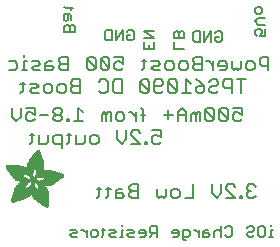
<source format=gbr>
G04 EAGLE Gerber RS-274X export*
G75*
%MOMM*%
%FSLAX34Y34*%
%LPD*%
%INSilkscreen Bottom*%
%IPPOS*%
%AMOC8*
5,1,8,0,0,1.08239X$1,22.5*%
G01*
%ADD10C,0.152400*%
%ADD11C,0.127000*%
%ADD12R,0.007600X0.068600*%
%ADD13R,0.007600X0.114300*%
%ADD14R,0.007700X0.152400*%
%ADD15R,0.007600X0.182900*%
%ADD16R,0.007600X0.205700*%
%ADD17R,0.007600X0.228600*%
%ADD18R,0.007600X0.259100*%
%ADD19R,0.007700X0.274300*%
%ADD20R,0.007600X0.289500*%
%ADD21R,0.007600X0.304800*%
%ADD22R,0.007600X0.320100*%
%ADD23R,0.007600X0.342900*%
%ADD24R,0.007700X0.350500*%
%ADD25R,0.007600X0.365800*%
%ADD26R,0.007600X0.381000*%
%ADD27R,0.007600X0.388600*%
%ADD28R,0.007600X0.403800*%
%ADD29R,0.007700X0.419100*%
%ADD30R,0.007600X0.426700*%
%ADD31R,0.007600X0.441900*%
%ADD32R,0.007600X0.449600*%
%ADD33R,0.007600X0.464800*%
%ADD34R,0.007700X0.480000*%
%ADD35R,0.007600X0.487600*%
%ADD36R,0.007600X0.495300*%
%ADD37R,0.007600X0.510500*%
%ADD38R,0.007600X0.518100*%
%ADD39R,0.007700X0.525700*%
%ADD40R,0.007600X0.541000*%
%ADD41R,0.007600X0.548600*%
%ADD42R,0.007600X0.563800*%
%ADD43R,0.007600X0.571500*%
%ADD44R,0.007700X0.579100*%
%ADD45R,0.007600X0.594300*%
%ADD46R,0.007600X0.601900*%
%ADD47R,0.007600X0.609600*%
%ADD48R,0.007600X0.624800*%
%ADD49R,0.007700X0.632400*%
%ADD50R,0.007600X0.640000*%
%ADD51R,0.007600X0.655300*%
%ADD52R,0.007600X0.662900*%
%ADD53R,0.007600X0.678100*%
%ADD54R,0.007700X0.685800*%
%ADD55R,0.007600X0.693400*%
%ADD56R,0.007600X0.708600*%
%ADD57R,0.007600X0.716200*%
%ADD58R,0.007600X0.723900*%
%ADD59R,0.007700X0.739100*%
%ADD60R,0.007600X0.746700*%
%ADD61R,0.007600X0.754300*%
%ADD62R,0.007600X0.769600*%
%ADD63R,0.007600X0.777200*%
%ADD64R,0.007700X0.792400*%
%ADD65R,0.007600X0.800100*%
%ADD66R,0.007600X0.807700*%
%ADD67R,0.007600X0.822900*%
%ADD68R,0.007600X0.830500*%
%ADD69R,0.007700X0.838200*%
%ADD70R,0.007600X0.091500*%
%ADD71R,0.007600X0.853400*%
%ADD72R,0.007600X0.144700*%
%ADD73R,0.007600X0.861000*%
%ADD74R,0.007600X0.190500*%
%ADD75R,0.007600X0.876300*%
%ADD76R,0.007600X0.221000*%
%ADD77R,0.007600X0.883900*%
%ADD78R,0.007700X0.259000*%
%ADD79R,0.007700X0.891500*%
%ADD80R,0.007600X0.289600*%
%ADD81R,0.007600X0.906700*%
%ADD82R,0.007600X0.914400*%
%ADD83R,0.007600X0.350500*%
%ADD84R,0.007600X0.922000*%
%ADD85R,0.007600X0.937200*%
%ADD86R,0.007700X0.411400*%
%ADD87R,0.007700X0.944800*%
%ADD88R,0.007600X0.434300*%
%ADD89R,0.007600X0.952500*%
%ADD90R,0.007600X0.464900*%
%ADD91R,0.007600X0.967700*%
%ADD92R,0.007600X0.975300*%
%ADD93R,0.007600X0.518200*%
%ADD94R,0.007600X0.990600*%
%ADD95R,0.007700X0.548600*%
%ADD96R,0.007700X0.998200*%
%ADD97R,0.007600X1.005800*%
%ADD98R,0.007600X0.594400*%
%ADD99R,0.007600X1.021000*%
%ADD100R,0.007600X0.617200*%
%ADD101R,0.007600X1.028700*%
%ADD102R,0.007600X0.647700*%
%ADD103R,0.007600X1.036300*%
%ADD104R,0.007700X0.670500*%
%ADD105R,0.007700X1.051500*%
%ADD106R,0.007600X1.059100*%
%ADD107R,0.007600X0.716300*%
%ADD108R,0.007600X1.066800*%
%ADD109R,0.007600X0.739100*%
%ADD110R,0.007600X1.074400*%
%ADD111R,0.007600X0.762000*%
%ADD112R,0.007600X1.089600*%
%ADD113R,0.007700X0.784800*%
%ADD114R,0.007700X1.097200*%
%ADD115R,0.007600X1.104900*%
%ADD116R,0.007600X0.830600*%
%ADD117R,0.007600X1.112500*%
%ADD118R,0.007600X0.845800*%
%ADD119R,0.007600X1.120100*%
%ADD120R,0.007600X0.868700*%
%ADD121R,0.007600X1.127700*%
%ADD122R,0.007700X1.135300*%
%ADD123R,0.007600X1.143000*%
%ADD124R,0.007600X0.944900*%
%ADD125R,0.007600X1.150600*%
%ADD126R,0.007600X0.960100*%
%ADD127R,0.007600X1.158200*%
%ADD128R,0.007600X0.983000*%
%ADD129R,0.007600X1.165800*%
%ADD130R,0.007700X1.005900*%
%ADD131R,0.007700X1.173400*%
%ADD132R,0.007600X1.021100*%
%ADD133R,0.007600X1.181100*%
%ADD134R,0.007600X1.044000*%
%ADD135R,0.007600X1.188700*%
%ADD136R,0.007600X1.196300*%
%ADD137R,0.007600X1.082000*%
%ADD138R,0.007600X1.203900*%
%ADD139R,0.007700X1.104900*%
%ADD140R,0.007700X1.211500*%
%ADD141R,0.007600X1.211500*%
%ADD142R,0.007600X1.219200*%
%ADD143R,0.007600X1.226800*%
%ADD144R,0.007600X1.234400*%
%ADD145R,0.007700X1.188700*%
%ADD146R,0.007700X1.242000*%
%ADD147R,0.007600X1.242000*%
%ADD148R,0.007600X1.211600*%
%ADD149R,0.007600X1.249600*%
%ADD150R,0.007600X1.257300*%
%ADD151R,0.007600X1.264900*%
%ADD152R,0.007700X1.242100*%
%ADD153R,0.007700X1.264900*%
%ADD154R,0.007600X1.272500*%
%ADD155R,0.007600X1.265000*%
%ADD156R,0.007600X1.280100*%
%ADD157R,0.007600X1.272600*%
%ADD158R,0.007600X1.287700*%
%ADD159R,0.007600X1.287800*%
%ADD160R,0.007700X1.295400*%
%ADD161R,0.007600X1.303000*%
%ADD162R,0.007600X1.318200*%
%ADD163R,0.007600X1.310600*%
%ADD164R,0.007600X1.325900*%
%ADD165R,0.007700X1.341100*%
%ADD166R,0.007700X1.318200*%
%ADD167R,0.007600X1.341100*%
%ADD168R,0.007600X1.325800*%
%ADD169R,0.007600X1.348700*%
%ADD170R,0.007600X1.364000*%
%ADD171R,0.007600X1.333500*%
%ADD172R,0.007700X1.371600*%
%ADD173R,0.007600X1.379200*%
%ADD174R,0.007600X1.379300*%
%ADD175R,0.007600X1.386900*%
%ADD176R,0.007600X1.394500*%
%ADD177R,0.007600X1.356300*%
%ADD178R,0.007700X1.394400*%
%ADD179R,0.007700X1.356300*%
%ADD180R,0.007600X1.402000*%
%ADD181R,0.007600X1.409700*%
%ADD182R,0.007600X1.363900*%
%ADD183R,0.007600X1.417300*%
%ADD184R,0.007600X1.371600*%
%ADD185R,0.007700X1.424900*%
%ADD186R,0.007600X1.424900*%
%ADD187R,0.007600X1.432600*%
%ADD188R,0.007600X1.440200*%
%ADD189R,0.007600X1.386800*%
%ADD190R,0.007700X1.447800*%
%ADD191R,0.007700X1.386800*%
%ADD192R,0.007600X1.447800*%
%ADD193R,0.007600X1.455500*%
%ADD194R,0.007600X1.394400*%
%ADD195R,0.007600X1.463100*%
%ADD196R,0.007700X1.455400*%
%ADD197R,0.007600X1.463000*%
%ADD198R,0.007600X1.470600*%
%ADD199R,0.007700X1.470600*%
%ADD200R,0.007700X1.409700*%
%ADD201R,0.007600X1.470700*%
%ADD202R,0.007600X1.402100*%
%ADD203R,0.007600X1.478300*%
%ADD204R,0.007700X1.478300*%
%ADD205R,0.007700X1.402100*%
%ADD206R,0.007600X1.485900*%
%ADD207R,0.007700X1.485900*%
%ADD208R,0.007700X1.493500*%
%ADD209R,0.007600X1.493500*%
%ADD210R,0.007700X1.394500*%
%ADD211R,0.007700X1.493600*%
%ADD212R,0.007700X1.386900*%
%ADD213R,0.007700X1.379200*%
%ADD214R,0.007700X2.857500*%
%ADD215R,0.007600X2.857500*%
%ADD216R,0.007600X2.849900*%
%ADD217R,0.007600X2.842300*%
%ADD218R,0.007700X2.834700*%
%ADD219R,0.007600X2.827000*%
%ADD220R,0.007600X2.819400*%
%ADD221R,0.007600X2.811800*%
%ADD222R,0.007700X2.811800*%
%ADD223R,0.007600X2.804100*%
%ADD224R,0.007600X2.796500*%
%ADD225R,0.007600X1.966000*%
%ADD226R,0.007600X1.943100*%
%ADD227R,0.007600X0.754400*%
%ADD228R,0.007700X1.927900*%
%ADD229R,0.007700X0.746700*%
%ADD230R,0.007600X1.912600*%
%ADD231R,0.007600X0.731500*%
%ADD232R,0.007600X1.905000*%
%ADD233R,0.007600X1.882200*%
%ADD234R,0.007600X1.874600*%
%ADD235R,0.007700X1.866900*%
%ADD236R,0.007700X0.708700*%
%ADD237R,0.007600X1.851600*%
%ADD238R,0.007600X0.701100*%
%ADD239R,0.007600X1.844000*%
%ADD240R,0.007600X1.836400*%
%ADD241R,0.007600X1.821200*%
%ADD242R,0.007600X0.685800*%
%ADD243R,0.007700X1.813500*%
%ADD244R,0.007600X1.805900*%
%ADD245R,0.007600X0.678200*%
%ADD246R,0.007600X1.790700*%
%ADD247R,0.007600X0.670600*%
%ADD248R,0.007600X1.775500*%
%ADD249R,0.007700X1.767900*%
%ADD250R,0.007700X0.663000*%
%ADD251R,0.007600X1.760200*%
%ADD252R,0.007600X1.752600*%
%ADD253R,0.007600X0.937300*%
%ADD254R,0.007600X0.792500*%
%ADD255R,0.007600X0.899100*%
%ADD256R,0.007700X0.883900*%
%ADD257R,0.007700X0.716300*%
%ADD258R,0.007700X0.647700*%
%ADD259R,0.007600X0.640100*%
%ADD260R,0.007600X0.632500*%
%ADD261R,0.007600X0.655400*%
%ADD262R,0.007600X0.632400*%
%ADD263R,0.007700X0.845800*%
%ADD264R,0.007700X0.617200*%
%ADD265R,0.007700X0.624800*%
%ADD266R,0.007600X0.602000*%
%ADD267R,0.007600X0.838200*%
%ADD268R,0.007600X0.586700*%
%ADD269R,0.007600X0.548700*%
%ADD270R,0.007700X0.830500*%
%ADD271R,0.007700X0.541000*%
%ADD272R,0.007700X0.594300*%
%ADD273R,0.007600X0.525800*%
%ADD274R,0.007600X0.586800*%
%ADD275R,0.007600X0.815300*%
%ADD276R,0.007600X0.579200*%
%ADD277R,0.007600X0.815400*%
%ADD278R,0.007700X0.815400*%
%ADD279R,0.007700X0.571500*%
%ADD280R,0.007600X0.807800*%
%ADD281R,0.007600X0.563900*%
%ADD282R,0.007600X0.457200*%
%ADD283R,0.007600X0.442000*%
%ADD284R,0.007600X0.556300*%
%ADD285R,0.007700X0.807700*%
%ADD286R,0.007600X0.411500*%
%ADD287R,0.007600X0.533400*%
%ADD288R,0.007600X0.076200*%
%ADD289R,0.007600X0.403900*%
%ADD290R,0.007600X0.525700*%
%ADD291R,0.007600X0.388700*%
%ADD292R,0.007600X0.297200*%
%ADD293R,0.007700X0.373400*%
%ADD294R,0.007700X0.503000*%
%ADD295R,0.007700X0.426800*%
%ADD296R,0.007600X0.358100*%
%ADD297R,0.007600X0.502900*%
%ADD298R,0.007600X0.472400*%
%ADD299R,0.007600X0.487700*%
%ADD300R,0.007600X0.335300*%
%ADD301R,0.007700X0.792500*%
%ADD302R,0.007700X0.327600*%
%ADD303R,0.007700X0.472400*%
%ADD304R,0.007700X0.640000*%
%ADD305R,0.007600X0.784800*%
%ADD306R,0.007600X0.320000*%
%ADD307R,0.007600X0.792400*%
%ADD308R,0.007600X1.173400*%
%ADD309R,0.007600X1.196400*%
%ADD310R,0.007600X0.784900*%
%ADD311R,0.007700X0.784900*%
%ADD312R,0.007700X0.297200*%
%ADD313R,0.007600X1.249700*%
%ADD314R,0.007600X0.281900*%
%ADD315R,0.007600X1.295400*%
%ADD316R,0.007600X0.266700*%
%ADD317R,0.007700X0.777300*%
%ADD318R,0.007700X0.266700*%
%ADD319R,0.007700X1.333500*%
%ADD320R,0.007600X0.777300*%
%ADD321R,0.007600X1.348800*%
%ADD322R,0.007600X0.251500*%
%ADD323R,0.007700X0.243900*%
%ADD324R,0.007600X0.243900*%
%ADD325R,0.007600X1.440100*%
%ADD326R,0.007600X0.236200*%
%ADD327R,0.007700X0.762000*%
%ADD328R,0.007700X0.236200*%
%ADD329R,0.007700X1.508700*%
%ADD330R,0.007600X1.531600*%
%ADD331R,0.007600X1.546900*%
%ADD332R,0.007600X1.569700*%
%ADD333R,0.007600X1.585000*%
%ADD334R,0.007700X0.746800*%
%ADD335R,0.007700X1.607800*%
%ADD336R,0.007600X0.243800*%
%ADD337R,0.007600X1.630700*%
%ADD338R,0.007600X1.653500*%
%ADD339R,0.007600X0.739200*%
%ADD340R,0.007600X1.684000*%
%ADD341R,0.007600X2.019300*%
%ADD342R,0.007700X0.731500*%
%ADD343R,0.007700X2.026900*%
%ADD344R,0.007600X2.049800*%
%ADD345R,0.007600X2.057400*%
%ADD346R,0.007600X0.708700*%
%ADD347R,0.007600X2.072600*%
%ADD348R,0.007600X0.701000*%
%ADD349R,0.007600X2.095500*%
%ADD350R,0.007700X0.693500*%
%ADD351R,0.007700X2.110800*%
%ADD352R,0.007600X2.141200*%
%ADD353R,0.007600X0.060900*%
%ADD354R,0.007600X2.872700*%
%ADD355R,0.007600X3.124200*%
%ADD356R,0.007600X3.177600*%
%ADD357R,0.007700X3.215600*%
%ADD358R,0.007600X3.253700*%
%ADD359R,0.007600X3.284300*%
%ADD360R,0.007600X3.314700*%
%ADD361R,0.007600X3.352800*%
%ADD362R,0.007700X3.375600*%
%ADD363R,0.007600X3.406200*%
%ADD364R,0.007600X3.429000*%
%ADD365R,0.007600X3.451800*%
%ADD366R,0.007600X3.482400*%
%ADD367R,0.007700X1.828800*%
%ADD368R,0.007700X1.539300*%
%ADD369R,0.007600X1.767900*%
%ADD370R,0.007600X1.767800*%
%ADD371R,0.007700X1.760200*%
%ADD372R,0.007600X1.760300*%
%ADD373R,0.007700X1.775400*%
%ADD374R,0.007700X1.379300*%
%ADD375R,0.007600X1.783000*%
%ADD376R,0.007600X1.813500*%
%ADD377R,0.007700X1.821100*%
%ADD378R,0.007600X0.503000*%
%ADD379R,0.007600X1.135400*%
%ADD380R,0.007700X1.127700*%
%ADD381R,0.007700X0.487700*%
%ADD382R,0.007600X1.120200*%
%ADD383R,0.007600X1.097300*%
%ADD384R,0.007600X0.510600*%
%ADD385R,0.007700X1.074400*%
%ADD386R,0.007700X0.525800*%
%ADD387R,0.007700X1.440200*%
%ADD388R,0.007600X1.059200*%
%ADD389R,0.007600X1.051600*%
%ADD390R,0.007600X1.051500*%
%ADD391R,0.007700X1.043900*%
%ADD392R,0.007700X0.602000*%
%ADD393R,0.007600X1.524000*%
%ADD394R,0.007600X1.539300*%
%ADD395R,0.007600X1.592600*%
%ADD396R,0.007700X1.021100*%
%ADD397R,0.007700X1.615400*%
%ADD398R,0.007600X1.013400*%
%ADD399R,0.007600X1.653600*%
%ADD400R,0.007600X1.013500*%
%ADD401R,0.007600X1.699300*%
%ADD402R,0.007600X2.743200*%
%ADD403R,0.007600X1.005900*%
%ADD404R,0.007600X2.415500*%
%ADD405R,0.007700X1.005800*%
%ADD406R,0.007700X0.281900*%
%ADD407R,0.007700X2.408000*%
%ADD408R,0.007600X2.407900*%
%ADD409R,0.007600X0.998200*%
%ADD410R,0.007600X0.282000*%
%ADD411R,0.007600X0.998300*%
%ADD412R,0.007600X2.400300*%
%ADD413R,0.007700X0.289500*%
%ADD414R,0.007700X2.400300*%
%ADD415R,0.007600X0.297100*%
%ADD416R,0.007600X0.312400*%
%ADD417R,0.007600X2.392700*%
%ADD418R,0.007700X0.990600*%
%ADD419R,0.007700X0.327700*%
%ADD420R,0.007700X2.392700*%
%ADD421R,0.007600X2.385100*%
%ADD422R,0.007700X0.381000*%
%ADD423R,0.007700X2.377400*%
%ADD424R,0.007600X2.377400*%
%ADD425R,0.007600X2.369800*%
%ADD426R,0.007600X0.419100*%
%ADD427R,0.007600X2.362200*%
%ADD428R,0.007600X0.426800*%
%ADD429R,0.007700X1.036300*%
%ADD430R,0.007700X0.442000*%
%ADD431R,0.007700X2.354600*%
%ADD432R,0.007600X2.354600*%
%ADD433R,0.007600X0.480100*%
%ADD434R,0.007600X2.347000*%
%ADD435R,0.007600X1.074500*%
%ADD436R,0.007600X2.339400*%
%ADD437R,0.007700X1.082100*%
%ADD438R,0.007700X0.548700*%
%ADD439R,0.007700X2.331800*%
%ADD440R,0.007600X2.331800*%
%ADD441R,0.007600X0.624900*%
%ADD442R,0.007600X2.324100*%
%ADD443R,0.007600X1.859300*%
%ADD444R,0.007600X2.308800*%
%ADD445R,0.007700X2.301200*%
%ADD446R,0.007600X2.301200*%
%ADD447R,0.007600X2.293600*%
%ADD448R,0.007600X2.278400*%
%ADD449R,0.007600X1.889800*%
%ADD450R,0.007600X2.270700*%
%ADD451R,0.007700X1.897400*%
%ADD452R,0.007700X2.255500*%
%ADD453R,0.007600X1.897400*%
%ADD454R,0.007600X2.247900*%
%ADD455R,0.007600X2.232600*%
%ADD456R,0.007600X1.912700*%
%ADD457R,0.007600X2.209800*%
%ADD458R,0.007600X1.920300*%
%ADD459R,0.007600X2.186900*%
%ADD460R,0.007700X1.920300*%
%ADD461R,0.007700X2.171700*%
%ADD462R,0.007600X1.935500*%
%ADD463R,0.007600X2.148800*%
%ADD464R,0.007600X2.126000*%
%ADD465R,0.007600X1.950700*%
%ADD466R,0.007700X1.958400*%
%ADD467R,0.007700X2.042200*%
%ADD468R,0.007600X1.973600*%
%ADD469R,0.007600X1.996500*%
%ADD470R,0.007600X1.981200*%
%ADD471R,0.007600X1.988800*%
%ADD472R,0.007700X1.996400*%
%ADD473R,0.007600X1.996400*%
%ADD474R,0.007600X2.004100*%
%ADD475R,0.007600X1.874500*%
%ADD476R,0.007600X1.425000*%
%ADD477R,0.007600X2.026900*%
%ADD478R,0.007700X0.434400*%
%ADD479R,0.007700X1.364000*%
%ADD480R,0.007600X2.034500*%
%ADD481R,0.007600X0.434400*%
%ADD482R,0.007600X2.049700*%
%ADD483R,0.007700X2.065000*%
%ADD484R,0.007700X0.464800*%
%ADD485R,0.007700X1.196300*%
%ADD486R,0.007600X2.080300*%
%ADD487R,0.007600X1.158300*%
%ADD488R,0.007600X2.087900*%
%ADD489R,0.007600X0.472500*%
%ADD490R,0.007600X2.103100*%
%ADD491R,0.007600X2.118400*%
%ADD492R,0.007600X2.133600*%
%ADD493R,0.007700X2.148800*%
%ADD494R,0.007600X2.164000*%
%ADD495R,0.007600X2.171700*%
%ADD496R,0.007600X2.187000*%
%ADD497R,0.007600X0.556200*%
%ADD498R,0.007700X2.202200*%
%ADD499R,0.007700X0.556200*%
%ADD500R,0.007700X0.640100*%
%ADD501R,0.007600X0.579100*%
%ADD502R,0.007600X0.480000*%
%ADD503R,0.007700X1.752600*%
%ADD504R,0.007700X0.487600*%
%ADD505R,0.007700X0.594400*%
%ADD506R,0.007700X0.358100*%
%ADD507R,0.007600X0.099000*%
%ADD508R,0.007600X1.280200*%
%ADD509R,0.007600X1.745000*%
%ADD510R,0.007600X1.744900*%
%ADD511R,0.007700X1.737300*%
%ADD512R,0.007600X1.737400*%
%ADD513R,0.007600X1.729800*%
%ADD514R,0.007600X1.722200*%
%ADD515R,0.007600X1.722100*%
%ADD516R,0.007700X1.714500*%
%ADD517R,0.007700X1.356400*%
%ADD518R,0.007600X1.706900*%
%ADD519R,0.007600X1.356400*%
%ADD520R,0.007600X1.691700*%
%ADD521R,0.007700X1.668800*%
%ADD522R,0.007600X1.645900*%
%ADD523R,0.007600X1.623100*%
%ADD524R,0.007600X1.577400*%
%ADD525R,0.007600X1.554400*%
%ADD526R,0.007600X1.539200*%
%ADD527R,0.007700X1.524000*%
%ADD528R,0.007600X1.501100*%
%ADD529R,0.007600X1.455400*%
%ADD530R,0.007700X1.348800*%
%ADD531R,0.007600X1.318300*%
%ADD532R,0.007700X1.310600*%
%ADD533R,0.007700X1.287800*%
%ADD534R,0.007600X1.234500*%
%ADD535R,0.007600X1.226900*%
%ADD536R,0.007700X1.173500*%
%ADD537R,0.007600X1.173500*%
%ADD538R,0.007600X1.165900*%
%ADD539R,0.007700X1.143000*%
%ADD540R,0.007600X1.127800*%
%ADD541R,0.007600X1.097200*%
%ADD542R,0.007700X1.028700*%
%ADD543R,0.007600X0.982900*%
%ADD544R,0.007700X0.952500*%
%ADD545R,0.007600X0.929600*%
%ADD546R,0.007700X0.906800*%
%ADD547R,0.007600X0.906800*%
%ADD548R,0.007600X0.899200*%
%ADD549R,0.007600X0.884000*%
%ADD550R,0.007700X0.876300*%
%ADD551R,0.007700X0.830600*%
%ADD552R,0.007700X0.754400*%
%ADD553R,0.007600X0.746800*%
%ADD554R,0.007700X0.708600*%
%ADD555R,0.007700X0.678200*%
%ADD556R,0.007600X0.663000*%
%ADD557R,0.007700X0.632500*%
%ADD558R,0.007700X0.556300*%
%ADD559R,0.007700X0.518200*%
%ADD560R,0.007700X0.434300*%
%ADD561R,0.007700X0.396300*%
%ADD562R,0.007600X0.373300*%
%ADD563R,0.007600X0.365700*%
%ADD564R,0.007600X0.327700*%
%ADD565R,0.007700X0.304800*%
%ADD566R,0.007600X0.274300*%
%ADD567R,0.007700X0.243800*%
%ADD568R,0.007600X0.205800*%
%ADD569R,0.007600X0.152400*%
%ADD570R,0.007700X0.121900*%


D10*
X206330Y137922D02*
X206330Y149108D01*
X210058Y149108D02*
X202601Y149108D01*
X198364Y149108D02*
X198364Y137922D01*
X198364Y149108D02*
X192771Y149108D01*
X190907Y147243D01*
X190907Y143515D01*
X192771Y141651D01*
X198364Y141651D01*
X181077Y149108D02*
X179213Y147243D01*
X181077Y149108D02*
X184806Y149108D01*
X186670Y147243D01*
X186670Y145379D01*
X184806Y143515D01*
X181077Y143515D01*
X179213Y141651D01*
X179213Y139786D01*
X181077Y137922D01*
X184806Y137922D01*
X186670Y139786D01*
X171248Y147243D02*
X167519Y149108D01*
X171248Y147243D02*
X174976Y143515D01*
X174976Y139786D01*
X173112Y137922D01*
X169383Y137922D01*
X167519Y139786D01*
X167519Y141651D01*
X169383Y143515D01*
X174976Y143515D01*
X163282Y145379D02*
X159554Y149108D01*
X159554Y137922D01*
X163282Y137922D02*
X155825Y137922D01*
X151588Y139786D02*
X151588Y147243D01*
X149724Y149108D01*
X145995Y149108D01*
X144131Y147243D01*
X144131Y139786D01*
X145995Y137922D01*
X149724Y137922D01*
X151588Y139786D01*
X144131Y147243D01*
X139894Y139786D02*
X138030Y137922D01*
X134301Y137922D01*
X132437Y139786D01*
X132437Y147243D01*
X134301Y149108D01*
X138030Y149108D01*
X139894Y147243D01*
X139894Y145379D01*
X138030Y143515D01*
X132437Y143515D01*
X128200Y147243D02*
X128200Y139786D01*
X128200Y147243D02*
X126336Y149108D01*
X122607Y149108D01*
X120743Y147243D01*
X120743Y139786D01*
X122607Y137922D01*
X126336Y137922D01*
X128200Y139786D01*
X120743Y147243D01*
X104812Y149108D02*
X104812Y137922D01*
X99220Y137922D01*
X97355Y139786D01*
X97355Y147243D01*
X99220Y149108D01*
X104812Y149108D01*
X87526Y149108D02*
X85661Y147243D01*
X87526Y149108D02*
X91254Y149108D01*
X93118Y147243D01*
X93118Y139786D01*
X91254Y137922D01*
X87526Y137922D01*
X85661Y139786D01*
X69730Y137922D02*
X69730Y149108D01*
X64138Y149108D01*
X62273Y147243D01*
X62273Y145379D01*
X64138Y143515D01*
X62273Y141651D01*
X62273Y139786D01*
X64138Y137922D01*
X69730Y137922D01*
X69730Y143515D02*
X64138Y143515D01*
X56172Y137922D02*
X52444Y137922D01*
X50579Y139786D01*
X50579Y143515D01*
X52444Y145379D01*
X56172Y145379D01*
X58036Y143515D01*
X58036Y139786D01*
X56172Y137922D01*
X44478Y137922D02*
X40750Y137922D01*
X38885Y139786D01*
X38885Y143515D01*
X40750Y145379D01*
X44478Y145379D01*
X46342Y143515D01*
X46342Y139786D01*
X44478Y137922D01*
X34648Y137922D02*
X29056Y137922D01*
X27191Y139786D01*
X29056Y141651D01*
X32784Y141651D01*
X34648Y143515D01*
X32784Y145379D01*
X27191Y145379D01*
X21090Y147243D02*
X21090Y139786D01*
X19226Y137922D01*
X19226Y145379D02*
X22955Y145379D01*
X229108Y156972D02*
X229108Y168158D01*
X223515Y168158D01*
X221651Y166293D01*
X221651Y162565D01*
X223515Y160701D01*
X229108Y160701D01*
X215550Y156972D02*
X211821Y156972D01*
X209957Y158836D01*
X209957Y162565D01*
X211821Y164429D01*
X215550Y164429D01*
X217414Y162565D01*
X217414Y158836D01*
X215550Y156972D01*
X205720Y158836D02*
X205720Y164429D01*
X205720Y158836D02*
X203856Y156972D01*
X201992Y158836D01*
X200127Y156972D01*
X198263Y158836D01*
X198263Y164429D01*
X192162Y156972D02*
X188433Y156972D01*
X192162Y156972D02*
X194026Y158836D01*
X194026Y162565D01*
X192162Y164429D01*
X188433Y164429D01*
X186569Y162565D01*
X186569Y160701D01*
X194026Y160701D01*
X182332Y164429D02*
X182332Y156972D01*
X182332Y160701D02*
X178604Y164429D01*
X176739Y164429D01*
X172587Y168158D02*
X172587Y156972D01*
X172587Y168158D02*
X166994Y168158D01*
X165130Y166293D01*
X165130Y164429D01*
X166994Y162565D01*
X165130Y160701D01*
X165130Y158836D01*
X166994Y156972D01*
X172587Y156972D01*
X172587Y162565D02*
X166994Y162565D01*
X159029Y156972D02*
X155300Y156972D01*
X153436Y158836D01*
X153436Y162565D01*
X155300Y164429D01*
X159029Y164429D01*
X160893Y162565D01*
X160893Y158836D01*
X159029Y156972D01*
X147335Y156972D02*
X143606Y156972D01*
X141742Y158836D01*
X141742Y162565D01*
X143606Y164429D01*
X147335Y164429D01*
X149199Y162565D01*
X149199Y158836D01*
X147335Y156972D01*
X137505Y156972D02*
X131913Y156972D01*
X130048Y158836D01*
X131913Y160701D01*
X135641Y160701D01*
X137505Y162565D01*
X135641Y164429D01*
X130048Y164429D01*
X123947Y166293D02*
X123947Y158836D01*
X122083Y156972D01*
X122083Y164429D02*
X125811Y164429D01*
X106321Y168158D02*
X98864Y168158D01*
X106321Y168158D02*
X106321Y162565D01*
X102593Y164429D01*
X100729Y164429D01*
X98864Y162565D01*
X98864Y158836D01*
X100729Y156972D01*
X104457Y156972D01*
X106321Y158836D01*
X94627Y158836D02*
X94627Y166293D01*
X92763Y168158D01*
X89035Y168158D01*
X87170Y166293D01*
X87170Y158836D01*
X89035Y156972D01*
X92763Y156972D01*
X94627Y158836D01*
X87170Y166293D01*
X82933Y166293D02*
X82933Y158836D01*
X82933Y166293D02*
X81069Y168158D01*
X77341Y168158D01*
X75476Y166293D01*
X75476Y158836D01*
X77341Y156972D01*
X81069Y156972D01*
X82933Y158836D01*
X75476Y166293D01*
X59545Y168158D02*
X59545Y156972D01*
X59545Y168158D02*
X53953Y168158D01*
X52088Y166293D01*
X52088Y164429D01*
X53953Y162565D01*
X52088Y160701D01*
X52088Y158836D01*
X53953Y156972D01*
X59545Y156972D01*
X59545Y162565D02*
X53953Y162565D01*
X45987Y164429D02*
X42259Y164429D01*
X40394Y162565D01*
X40394Y156972D01*
X45987Y156972D01*
X47852Y158836D01*
X45987Y160701D01*
X40394Y160701D01*
X36158Y156972D02*
X30565Y156972D01*
X28701Y158836D01*
X30565Y160701D01*
X34293Y160701D01*
X36158Y162565D01*
X34293Y164429D01*
X28701Y164429D01*
X24464Y164429D02*
X22599Y164429D01*
X22599Y156972D01*
X20735Y156972D02*
X24464Y156972D01*
X22599Y168158D02*
X22599Y170022D01*
X14803Y164429D02*
X9211Y164429D01*
X14803Y164429D02*
X16668Y162565D01*
X16668Y158836D01*
X14803Y156972D01*
X9211Y156972D01*
X199130Y124978D02*
X206587Y124978D01*
X206587Y119385D01*
X202858Y121249D01*
X200994Y121249D01*
X199130Y119385D01*
X199130Y115656D01*
X200994Y113792D01*
X204723Y113792D01*
X206587Y115656D01*
X194893Y115656D02*
X194893Y123113D01*
X193029Y124978D01*
X189300Y124978D01*
X187436Y123113D01*
X187436Y115656D01*
X189300Y113792D01*
X193029Y113792D01*
X194893Y115656D01*
X187436Y123113D01*
X183199Y123113D02*
X183199Y115656D01*
X183199Y123113D02*
X181335Y124978D01*
X177606Y124978D01*
X175742Y123113D01*
X175742Y115656D01*
X177606Y113792D01*
X181335Y113792D01*
X183199Y115656D01*
X175742Y123113D01*
X171505Y121249D02*
X171505Y113792D01*
X171505Y121249D02*
X169641Y121249D01*
X167777Y119385D01*
X167777Y113792D01*
X167777Y119385D02*
X165912Y121249D01*
X164048Y119385D01*
X164048Y113792D01*
X159811Y113792D02*
X159811Y121249D01*
X156083Y124978D01*
X152354Y121249D01*
X152354Y113792D01*
X152354Y119385D02*
X159811Y119385D01*
X148117Y119385D02*
X140660Y119385D01*
X144389Y123113D02*
X144389Y115656D01*
X122865Y113792D02*
X122865Y123113D01*
X121001Y124978D01*
X121001Y119385D02*
X124729Y119385D01*
X116933Y121249D02*
X116933Y113792D01*
X116933Y117521D02*
X113205Y121249D01*
X111340Y121249D01*
X105324Y113792D02*
X101595Y113792D01*
X99731Y115656D01*
X99731Y119385D01*
X101595Y121249D01*
X105324Y121249D01*
X107188Y119385D01*
X107188Y115656D01*
X105324Y113792D01*
X95494Y113792D02*
X95494Y121249D01*
X93630Y121249D01*
X91766Y119385D01*
X91766Y113792D01*
X91766Y119385D02*
X89902Y121249D01*
X88037Y119385D01*
X88037Y113792D01*
X72106Y121249D02*
X68378Y124978D01*
X68378Y113792D01*
X72106Y113792D02*
X64649Y113792D01*
X60412Y113792D02*
X60412Y115656D01*
X58548Y115656D01*
X58548Y113792D01*
X60412Y113792D01*
X54565Y123113D02*
X52701Y124978D01*
X48973Y124978D01*
X47108Y123113D01*
X47108Y121249D01*
X48973Y119385D01*
X47108Y117521D01*
X47108Y115656D01*
X48973Y113792D01*
X52701Y113792D01*
X54565Y115656D01*
X54565Y117521D01*
X52701Y119385D01*
X54565Y121249D01*
X54565Y123113D01*
X52701Y119385D02*
X48973Y119385D01*
X42871Y119385D02*
X35414Y119385D01*
X31177Y124978D02*
X23720Y124978D01*
X31177Y124978D02*
X31177Y119385D01*
X27449Y121249D01*
X25585Y121249D01*
X23720Y119385D01*
X23720Y115656D01*
X25585Y113792D01*
X29313Y113792D01*
X31177Y115656D01*
X19483Y117521D02*
X19483Y124978D01*
X19483Y117521D02*
X15755Y113792D01*
X12026Y117521D01*
X12026Y124978D01*
D11*
X231247Y21807D02*
X232730Y21807D01*
X231247Y21807D02*
X231247Y15875D01*
X232730Y15875D02*
X229764Y15875D01*
X231247Y24773D02*
X231247Y26256D01*
X225010Y24773D02*
X222045Y24773D01*
X225010Y24773D02*
X226493Y23290D01*
X226493Y17358D01*
X225010Y15875D01*
X222045Y15875D01*
X220562Y17358D01*
X220562Y23290D01*
X222045Y24773D01*
X212689Y24773D02*
X211206Y23290D01*
X212689Y24773D02*
X215655Y24773D01*
X217138Y23290D01*
X217138Y21807D01*
X215655Y20324D01*
X212689Y20324D01*
X211206Y18841D01*
X211206Y17358D01*
X212689Y15875D01*
X215655Y15875D01*
X217138Y17358D01*
X193979Y24773D02*
X192496Y23290D01*
X193979Y24773D02*
X196945Y24773D01*
X198428Y23290D01*
X198428Y17358D01*
X196945Y15875D01*
X193979Y15875D01*
X192496Y17358D01*
X189073Y15875D02*
X189073Y24773D01*
X187590Y21807D02*
X189073Y20324D01*
X187590Y21807D02*
X184624Y21807D01*
X183141Y20324D01*
X183141Y15875D01*
X178235Y21807D02*
X175269Y21807D01*
X173786Y20324D01*
X173786Y15875D01*
X178235Y15875D01*
X179717Y17358D01*
X178235Y18841D01*
X173786Y18841D01*
X170362Y15875D02*
X170362Y21807D01*
X170362Y18841D02*
X167396Y21807D01*
X165913Y21807D01*
X159600Y12909D02*
X158118Y12909D01*
X156635Y14392D01*
X156635Y21807D01*
X161083Y21807D01*
X162566Y20324D01*
X162566Y17358D01*
X161083Y15875D01*
X156635Y15875D01*
X151728Y15875D02*
X148762Y15875D01*
X151728Y15875D02*
X153211Y17358D01*
X153211Y20324D01*
X151728Y21807D01*
X148762Y21807D01*
X147279Y20324D01*
X147279Y18841D01*
X153211Y18841D01*
X134501Y15875D02*
X134501Y24773D01*
X130052Y24773D01*
X128569Y23290D01*
X128569Y20324D01*
X130052Y18841D01*
X134501Y18841D01*
X131535Y18841D02*
X128569Y15875D01*
X123663Y15875D02*
X120697Y15875D01*
X123663Y15875D02*
X125146Y17358D01*
X125146Y20324D01*
X123663Y21807D01*
X120697Y21807D01*
X119214Y20324D01*
X119214Y18841D01*
X125146Y18841D01*
X115790Y15875D02*
X111342Y15875D01*
X109859Y17358D01*
X111342Y18841D01*
X114307Y18841D01*
X115790Y20324D01*
X114307Y21807D01*
X109859Y21807D01*
X106435Y21807D02*
X104952Y21807D01*
X104952Y15875D01*
X106435Y15875D02*
X103469Y15875D01*
X104952Y24773D02*
X104952Y26256D01*
X100198Y15875D02*
X95750Y15875D01*
X94267Y17358D01*
X95750Y18841D01*
X98715Y18841D01*
X100198Y20324D01*
X98715Y21807D01*
X94267Y21807D01*
X89360Y23290D02*
X89360Y17358D01*
X87877Y15875D01*
X87877Y21807D02*
X90843Y21807D01*
X83124Y15875D02*
X80158Y15875D01*
X78675Y17358D01*
X78675Y20324D01*
X80158Y21807D01*
X83124Y21807D01*
X84606Y20324D01*
X84606Y17358D01*
X83124Y15875D01*
X75251Y15875D02*
X75251Y21807D01*
X75251Y18841D02*
X72285Y21807D01*
X70802Y21807D01*
X67455Y15875D02*
X63006Y15875D01*
X61524Y17358D01*
X63006Y18841D01*
X65972Y18841D01*
X67455Y20324D01*
X65972Y21807D01*
X61524Y21807D01*
D10*
X130556Y105928D02*
X138013Y105928D01*
X138013Y100335D01*
X134285Y102199D01*
X132421Y102199D01*
X130556Y100335D01*
X130556Y96606D01*
X132421Y94742D01*
X136149Y94742D01*
X138013Y96606D01*
X126320Y96606D02*
X126320Y94742D01*
X126320Y96606D02*
X124455Y96606D01*
X124455Y94742D01*
X126320Y94742D01*
X120473Y94742D02*
X113016Y94742D01*
X120473Y94742D02*
X113016Y102199D01*
X113016Y104063D01*
X114880Y105928D01*
X118608Y105928D01*
X120473Y104063D01*
X108779Y105928D02*
X108779Y98471D01*
X105050Y94742D01*
X101322Y98471D01*
X101322Y105928D01*
X83526Y94742D02*
X79798Y94742D01*
X77934Y96606D01*
X77934Y100335D01*
X79798Y102199D01*
X83526Y102199D01*
X85391Y100335D01*
X85391Y96606D01*
X83526Y94742D01*
X73697Y96606D02*
X73697Y102199D01*
X73697Y96606D02*
X71832Y94742D01*
X66240Y94742D01*
X66240Y102199D01*
X60138Y104063D02*
X60138Y96606D01*
X58274Y94742D01*
X58274Y102199D02*
X62003Y102199D01*
X54207Y102199D02*
X54207Y91014D01*
X54207Y102199D02*
X48614Y102199D01*
X46750Y100335D01*
X46750Y96606D01*
X48614Y94742D01*
X54207Y94742D01*
X42513Y96606D02*
X42513Y102199D01*
X42513Y96606D02*
X40649Y94742D01*
X35056Y94742D01*
X35056Y102199D01*
X28955Y104063D02*
X28955Y96606D01*
X27090Y94742D01*
X27090Y102199D02*
X30819Y102199D01*
X216423Y60208D02*
X218287Y58343D01*
X216423Y60208D02*
X212695Y60208D01*
X210830Y58343D01*
X210830Y56479D01*
X212695Y54615D01*
X214559Y54615D01*
X212695Y54615D02*
X210830Y52751D01*
X210830Y50886D01*
X212695Y49022D01*
X216423Y49022D01*
X218287Y50886D01*
X206594Y50886D02*
X206594Y49022D01*
X206594Y50886D02*
X204729Y50886D01*
X204729Y49022D01*
X206594Y49022D01*
X200747Y49022D02*
X193290Y49022D01*
X200747Y49022D02*
X193290Y56479D01*
X193290Y58343D01*
X195154Y60208D01*
X198882Y60208D01*
X200747Y58343D01*
X189053Y60208D02*
X189053Y52751D01*
X185324Y49022D01*
X181596Y52751D01*
X181596Y60208D01*
X165665Y60208D02*
X165665Y49022D01*
X158208Y49022D01*
X152106Y49022D02*
X148378Y49022D01*
X146514Y50886D01*
X146514Y54615D01*
X148378Y56479D01*
X152106Y56479D01*
X153971Y54615D01*
X153971Y50886D01*
X152106Y49022D01*
X142277Y50886D02*
X142277Y56479D01*
X142277Y50886D02*
X140412Y49022D01*
X138548Y50886D01*
X136684Y49022D01*
X134820Y50886D01*
X134820Y56479D01*
X118889Y60208D02*
X118889Y49022D01*
X118889Y60208D02*
X113296Y60208D01*
X111432Y58343D01*
X111432Y56479D01*
X113296Y54615D01*
X111432Y52751D01*
X111432Y50886D01*
X113296Y49022D01*
X118889Y49022D01*
X118889Y54615D02*
X113296Y54615D01*
X105331Y56479D02*
X101602Y56479D01*
X99738Y54615D01*
X99738Y49022D01*
X105331Y49022D01*
X107195Y50886D01*
X105331Y52751D01*
X99738Y52751D01*
X93637Y50886D02*
X93637Y58343D01*
X93637Y50886D02*
X91772Y49022D01*
X91772Y56479D02*
X95501Y56479D01*
X85841Y58343D02*
X85841Y50886D01*
X83976Y49022D01*
X83976Y56479D02*
X87705Y56479D01*
D11*
X65413Y189048D02*
X56515Y189048D01*
X65413Y189048D02*
X65413Y193497D01*
X63930Y194980D01*
X62447Y194980D01*
X60964Y193497D01*
X59481Y194980D01*
X57998Y194980D01*
X56515Y193497D01*
X56515Y189048D01*
X60964Y189048D02*
X60964Y193497D01*
X62447Y199886D02*
X62447Y202852D01*
X60964Y204335D01*
X56515Y204335D01*
X56515Y199886D01*
X57998Y198403D01*
X59481Y199886D01*
X59481Y204335D01*
X57998Y209241D02*
X63930Y209241D01*
X57998Y209241D02*
X56515Y210724D01*
X62447Y210724D02*
X62447Y207758D01*
X109129Y189660D02*
X110612Y191143D01*
X113578Y191143D01*
X115061Y189660D01*
X115061Y183728D01*
X113578Y182245D01*
X110612Y182245D01*
X109129Y183728D01*
X109129Y186694D01*
X112095Y186694D01*
X105705Y182245D02*
X105705Y191143D01*
X99774Y182245D01*
X99774Y191143D01*
X96350Y191143D02*
X96350Y182245D01*
X91901Y182245D01*
X90418Y183728D01*
X90418Y189660D01*
X91901Y191143D01*
X96350Y191143D01*
X132723Y180896D02*
X132723Y174965D01*
X123825Y174965D01*
X123825Y180896D01*
X128274Y177930D02*
X128274Y174965D01*
X123825Y184320D02*
X132723Y184320D01*
X123825Y190252D01*
X132723Y190252D01*
X149225Y174965D02*
X158123Y174965D01*
X149225Y174965D02*
X149225Y180896D01*
X149225Y184320D02*
X158123Y184320D01*
X158123Y188769D01*
X156640Y190252D01*
X155157Y190252D01*
X153674Y188769D01*
X152191Y190252D01*
X150708Y190252D01*
X149225Y188769D01*
X149225Y184320D01*
X153674Y184320D02*
X153674Y188769D01*
X184059Y188390D02*
X185542Y189873D01*
X188508Y189873D01*
X189991Y188390D01*
X189991Y182458D01*
X188508Y180975D01*
X185542Y180975D01*
X184059Y182458D01*
X184059Y185424D01*
X187025Y185424D01*
X180635Y180975D02*
X180635Y189873D01*
X174704Y180975D01*
X174704Y189873D01*
X171280Y189873D02*
X171280Y180975D01*
X166831Y180975D01*
X165348Y182458D01*
X165348Y188390D01*
X166831Y189873D01*
X171280Y189873D01*
X226703Y191861D02*
X226703Y185929D01*
X222254Y185929D01*
X223737Y188895D01*
X223737Y190378D01*
X222254Y191861D01*
X219288Y191861D01*
X217805Y190378D01*
X217805Y187412D01*
X219288Y185929D01*
X220771Y195285D02*
X226703Y195285D01*
X220771Y195285D02*
X217805Y198250D01*
X220771Y201216D01*
X226703Y201216D01*
X217805Y206123D02*
X217805Y209089D01*
X219288Y210572D01*
X222254Y210572D01*
X223737Y209089D01*
X223737Y206123D01*
X222254Y204640D01*
X219288Y204640D01*
X217805Y206123D01*
D12*
X7620Y74778D03*
D13*
X7696Y74778D03*
D14*
X7773Y74740D03*
D15*
X7849Y74740D03*
D16*
X7925Y74778D03*
D17*
X8001Y74740D03*
D18*
X8077Y74740D03*
D19*
X8154Y74740D03*
D20*
X8230Y74740D03*
D21*
X8306Y74663D03*
D22*
X8382Y74664D03*
D23*
X8458Y74626D03*
D24*
X8535Y74588D03*
D25*
X8611Y74587D03*
D26*
X8687Y74511D03*
D27*
X8763Y74473D03*
D28*
X8839Y74473D03*
D29*
X8916Y74397D03*
D30*
X8992Y74359D03*
D31*
X9068Y74283D03*
D32*
X9144Y74244D03*
D33*
X9220Y74244D03*
D34*
X9297Y74168D03*
D35*
X9373Y74130D03*
D36*
X9449Y74092D03*
D37*
X9525Y74016D03*
D38*
X9601Y73978D03*
D39*
X9678Y73940D03*
D40*
X9754Y73863D03*
D41*
X9830Y73825D03*
D42*
X9906Y73749D03*
D43*
X9982Y73711D03*
D44*
X10059Y73673D03*
D45*
X10135Y73597D03*
D46*
X10211Y73559D03*
D47*
X10287Y73520D03*
D48*
X10363Y73444D03*
D49*
X10440Y73406D03*
D50*
X10516Y73368D03*
D51*
X10592Y73292D03*
D52*
X10668Y73254D03*
D53*
X10744Y73178D03*
D54*
X10821Y73139D03*
D55*
X10897Y73101D03*
D56*
X10973Y73025D03*
D57*
X11049Y72987D03*
D58*
X11125Y72949D03*
D59*
X11202Y72873D03*
D60*
X11278Y72835D03*
D61*
X11354Y72797D03*
D62*
X11430Y72720D03*
D63*
X11506Y72682D03*
D64*
X11583Y72606D03*
D65*
X11659Y72568D03*
D66*
X11735Y72530D03*
D67*
X11811Y72454D03*
D68*
X11887Y72416D03*
D69*
X11964Y72377D03*
D70*
X12040Y46851D03*
D71*
X12040Y72301D03*
D72*
X12116Y46889D03*
D73*
X12116Y72263D03*
D74*
X12192Y46965D03*
D75*
X12192Y72187D03*
D76*
X12268Y47041D03*
D77*
X12268Y72149D03*
D78*
X12345Y47079D03*
D79*
X12345Y72111D03*
D80*
X12421Y47155D03*
D81*
X12421Y72035D03*
D22*
X12497Y47232D03*
D82*
X12497Y71996D03*
D83*
X12573Y47308D03*
D84*
X12573Y71958D03*
D26*
X12649Y47384D03*
D85*
X12649Y71882D03*
D86*
X12726Y47460D03*
D87*
X12726Y71844D03*
D88*
X12802Y47575D03*
D89*
X12802Y71806D03*
D90*
X12878Y47651D03*
D91*
X12878Y71730D03*
D36*
X12954Y47727D03*
D92*
X12954Y71692D03*
D93*
X13030Y47841D03*
D94*
X13030Y71615D03*
D95*
X13107Y47917D03*
D96*
X13107Y71577D03*
D43*
X13183Y48032D03*
D97*
X13183Y71539D03*
D98*
X13259Y48146D03*
D99*
X13259Y71463D03*
D100*
X13335Y48260D03*
D101*
X13335Y71425D03*
D102*
X13411Y48337D03*
D103*
X13411Y71387D03*
D104*
X13488Y48451D03*
D105*
X13488Y71311D03*
D55*
X13564Y48565D03*
D106*
X13564Y71273D03*
D107*
X13640Y48680D03*
D108*
X13640Y71234D03*
D109*
X13716Y48794D03*
D110*
X13716Y71196D03*
D111*
X13792Y48908D03*
D112*
X13792Y71120D03*
D113*
X13869Y49022D03*
D114*
X13869Y71082D03*
D66*
X13945Y49137D03*
D115*
X13945Y71044D03*
D116*
X14021Y49251D03*
D117*
X14021Y71006D03*
D118*
X14097Y49403D03*
D119*
X14097Y70968D03*
D120*
X14173Y49518D03*
D121*
X14173Y70930D03*
D79*
X14250Y49632D03*
D122*
X14250Y70892D03*
D84*
X14326Y49784D03*
D123*
X14326Y70853D03*
D124*
X14402Y49899D03*
D125*
X14402Y70815D03*
D126*
X14478Y50051D03*
D127*
X14478Y70777D03*
D128*
X14554Y50165D03*
D129*
X14554Y70739D03*
D130*
X14631Y50280D03*
D131*
X14631Y70701D03*
D132*
X14707Y50432D03*
D133*
X14707Y70663D03*
D134*
X14783Y50546D03*
D135*
X14783Y70625D03*
D108*
X14859Y50660D03*
D136*
X14859Y70587D03*
D137*
X14935Y50813D03*
D138*
X14935Y70549D03*
D139*
X15012Y50928D03*
D140*
X15012Y70511D03*
D119*
X15088Y51004D03*
D141*
X15088Y70511D03*
D123*
X15164Y51118D03*
D142*
X15164Y70472D03*
D125*
X15240Y51232D03*
D143*
X15240Y70434D03*
D129*
X15316Y51308D03*
D144*
X15316Y70396D03*
D145*
X15393Y51423D03*
D146*
X15393Y70358D03*
D136*
X15469Y51537D03*
D147*
X15469Y70358D03*
D148*
X15545Y51613D03*
D149*
X15545Y70320D03*
D143*
X15621Y51689D03*
D150*
X15621Y70282D03*
D143*
X15697Y51765D03*
D151*
X15697Y70244D03*
D152*
X15774Y51842D03*
D153*
X15774Y70244D03*
D150*
X15850Y51918D03*
D154*
X15850Y70206D03*
D155*
X15926Y52032D03*
D156*
X15926Y70168D03*
D157*
X16002Y52070D03*
D158*
X16002Y70130D03*
D159*
X16078Y52146D03*
D158*
X16078Y70130D03*
D160*
X16155Y52261D03*
X16155Y70091D03*
D161*
X16231Y52299D03*
X16231Y70053D03*
D162*
X16307Y52375D03*
D161*
X16307Y70053D03*
D162*
X16383Y52451D03*
D163*
X16383Y70015D03*
D164*
X16459Y52490D03*
D163*
X16459Y70015D03*
D165*
X16536Y52566D03*
D166*
X16536Y69977D03*
D167*
X16612Y52642D03*
D168*
X16612Y69939D03*
D169*
X16688Y52680D03*
D168*
X16688Y69939D03*
D170*
X16764Y52756D03*
D171*
X16764Y69901D03*
D170*
X16840Y52832D03*
D171*
X16840Y69901D03*
D172*
X16917Y52870D03*
D165*
X16917Y69863D03*
D173*
X16993Y52908D03*
D167*
X16993Y69863D03*
D174*
X17069Y52985D03*
D169*
X17069Y69825D03*
D175*
X17145Y53023D03*
D169*
X17145Y69825D03*
D176*
X17221Y53061D03*
D177*
X17221Y69787D03*
D178*
X17298Y53137D03*
D179*
X17298Y69787D03*
D180*
X17374Y53175D03*
D177*
X17374Y69787D03*
D181*
X17450Y53214D03*
D182*
X17450Y69749D03*
D181*
X17526Y53290D03*
D182*
X17526Y69749D03*
D183*
X17602Y53328D03*
D184*
X17602Y69710D03*
D185*
X17679Y53366D03*
D172*
X17679Y69710D03*
D186*
X17755Y53442D03*
D184*
X17755Y69710D03*
D187*
X17831Y53480D03*
D173*
X17831Y69672D03*
D188*
X17907Y53518D03*
D173*
X17907Y69672D03*
D188*
X17983Y53594D03*
D189*
X17983Y69634D03*
D190*
X18060Y53632D03*
D191*
X18060Y69634D03*
D192*
X18136Y53632D03*
D189*
X18136Y69634D03*
D192*
X18212Y53708D03*
D189*
X18212Y69634D03*
D193*
X18288Y53747D03*
D194*
X18288Y69596D03*
D195*
X18364Y53785D03*
D194*
X18364Y69596D03*
D196*
X18441Y53823D03*
D178*
X18441Y69596D03*
D197*
X18517Y53861D03*
D180*
X18517Y69558D03*
D198*
X18593Y53899D03*
D180*
X18593Y69558D03*
D197*
X18669Y53937D03*
D180*
X18669Y69558D03*
D198*
X18745Y53975D03*
D180*
X18745Y69558D03*
D199*
X18822Y53975D03*
D200*
X18822Y69520D03*
D201*
X18898Y54052D03*
D202*
X18898Y69482D03*
D203*
X18974Y54090D03*
D202*
X18974Y69482D03*
D203*
X19050Y54090D03*
D202*
X19050Y69482D03*
D203*
X19126Y54166D03*
D202*
X19126Y69482D03*
D204*
X19203Y54166D03*
D205*
X19203Y69482D03*
D206*
X19279Y54204D03*
D181*
X19279Y69444D03*
D203*
X19355Y54242D03*
D181*
X19355Y69444D03*
D206*
X19431Y54280D03*
D181*
X19431Y69444D03*
D206*
X19507Y54280D03*
D181*
X19507Y69444D03*
D207*
X19584Y54357D03*
D200*
X19584Y69444D03*
D206*
X19660Y54357D03*
D181*
X19660Y69444D03*
D206*
X19736Y54357D03*
D181*
X19736Y69444D03*
D206*
X19812Y54433D03*
D202*
X19812Y69406D03*
D206*
X19888Y54433D03*
D202*
X19888Y69406D03*
D208*
X19965Y54471D03*
D205*
X19965Y69406D03*
D206*
X20041Y54509D03*
D202*
X20041Y69406D03*
D206*
X20117Y54509D03*
D202*
X20117Y69406D03*
D209*
X20193Y54547D03*
D202*
X20193Y69406D03*
D206*
X20269Y54585D03*
D202*
X20269Y69406D03*
D207*
X20346Y54585D03*
D210*
X20346Y69368D03*
D209*
X20422Y54623D03*
D176*
X20422Y69368D03*
D206*
X20498Y54661D03*
D176*
X20498Y69368D03*
D206*
X20574Y54661D03*
D176*
X20574Y69368D03*
D206*
X20650Y54661D03*
D176*
X20650Y69368D03*
D211*
X20727Y54699D03*
D212*
X20727Y69330D03*
D206*
X20803Y54738D03*
D175*
X20803Y69330D03*
D206*
X20879Y54738D03*
D175*
X20879Y69330D03*
D209*
X20955Y54776D03*
D175*
X20955Y69330D03*
D206*
X21031Y54814D03*
D173*
X21031Y69291D03*
D207*
X21108Y54814D03*
D213*
X21108Y69291D03*
D209*
X21184Y54852D03*
D173*
X21184Y69291D03*
D206*
X21260Y54890D03*
D173*
X21260Y69291D03*
D206*
X21336Y54890D03*
D184*
X21336Y69253D03*
D206*
X21412Y54890D03*
D184*
X21412Y69253D03*
D214*
X21489Y61824D03*
D215*
X21565Y61824D03*
D216*
X21641Y61786D03*
D217*
X21717Y61824D03*
X21793Y61824D03*
D218*
X21870Y61786D03*
D219*
X21946Y61824D03*
X22022Y61824D03*
D220*
X22098Y61786D03*
D221*
X22174Y61824D03*
D222*
X22251Y61824D03*
D223*
X22327Y61786D03*
D224*
X22403Y61824D03*
D225*
X22479Y57671D03*
D62*
X22479Y71882D03*
D226*
X22555Y57557D03*
D227*
X22555Y71958D03*
D228*
X22632Y57557D03*
D229*
X22632Y71997D03*
D230*
X22708Y57480D03*
D231*
X22708Y71997D03*
D232*
X22784Y57442D03*
D231*
X22784Y71997D03*
D233*
X22860Y57404D03*
D107*
X22860Y71997D03*
D234*
X22936Y57366D03*
D107*
X22936Y71997D03*
D235*
X23013Y57328D03*
D236*
X23013Y71959D03*
D237*
X23089Y57328D03*
D238*
X23089Y71997D03*
D239*
X23165Y57290D03*
D55*
X23165Y71958D03*
D240*
X23241Y57252D03*
D55*
X23241Y71958D03*
D241*
X23317Y57252D03*
D242*
X23317Y71920D03*
D243*
X23394Y57214D03*
D54*
X23394Y71920D03*
D244*
X23470Y57176D03*
D245*
X23470Y71882D03*
D246*
X23546Y57176D03*
D245*
X23546Y71882D03*
D246*
X23622Y57176D03*
D247*
X23622Y71844D03*
D248*
X23698Y57176D03*
D247*
X23698Y71844D03*
D249*
X23775Y57138D03*
D250*
X23775Y71806D03*
D251*
X23851Y57099D03*
D51*
X23851Y71768D03*
D252*
X23927Y57137D03*
D51*
X23927Y71768D03*
D253*
X24003Y53061D03*
D254*
X24003Y61862D03*
D102*
X24003Y71730D03*
D255*
X24079Y52947D03*
D109*
X24079Y62053D03*
D102*
X24079Y71654D03*
D256*
X24156Y52871D03*
D257*
X24156Y62167D03*
D258*
X24156Y71654D03*
D120*
X24232Y52871D03*
D55*
X24232Y62205D03*
D259*
X24232Y71616D03*
D120*
X24308Y52871D03*
D247*
X24308Y62243D03*
D260*
X24308Y71578D03*
D71*
X24384Y52870D03*
D261*
X24384Y62319D03*
D48*
X24384Y71539D03*
D71*
X24460Y52870D03*
D262*
X24460Y62357D03*
D48*
X24460Y71539D03*
D263*
X24537Y52908D03*
D264*
X24537Y62433D03*
D265*
X24537Y71463D03*
D118*
X24613Y52908D03*
D266*
X24613Y62433D03*
D100*
X24613Y71425D03*
D267*
X24689Y52946D03*
D268*
X24689Y62510D03*
D47*
X24689Y71387D03*
D267*
X24765Y52946D03*
D43*
X24765Y62510D03*
D266*
X24765Y71349D03*
D68*
X24841Y52985D03*
D269*
X24841Y62548D03*
D46*
X24841Y71273D03*
D270*
X24918Y52985D03*
D271*
X24918Y62586D03*
D272*
X24918Y71235D03*
D67*
X24994Y53023D03*
D273*
X24994Y62586D03*
D268*
X24994Y71197D03*
D67*
X25070Y53023D03*
D93*
X25070Y62624D03*
D274*
X25070Y71120D03*
D275*
X25146Y53061D03*
D36*
X25146Y62662D03*
D276*
X25146Y71082D03*
D277*
X25222Y53137D03*
D35*
X25222Y62700D03*
D43*
X25222Y71044D03*
D278*
X25299Y53137D03*
D34*
X25299Y62738D03*
D279*
X25299Y70968D03*
D280*
X25375Y53175D03*
D33*
X25375Y62738D03*
D281*
X25375Y70930D03*
D277*
X25451Y53213D03*
D282*
X25451Y62776D03*
D281*
X25451Y70854D03*
D66*
X25527Y53252D03*
D283*
X25527Y62776D03*
D284*
X25527Y70816D03*
D65*
X25603Y53290D03*
D88*
X25603Y62815D03*
D40*
X25603Y70739D03*
D285*
X25680Y53328D03*
D29*
X25680Y62815D03*
D271*
X25680Y70663D03*
D65*
X25756Y53366D03*
D286*
X25756Y62853D03*
D287*
X25756Y70625D03*
D288*
X25756Y75578D03*
D65*
X25832Y53442D03*
D289*
X25832Y62891D03*
D290*
X25832Y70511D03*
D76*
X25832Y75616D03*
D65*
X25908Y53442D03*
D291*
X25908Y62891D03*
D38*
X25908Y70473D03*
D292*
X25908Y75616D03*
D65*
X25984Y53518D03*
D26*
X25984Y62929D03*
D93*
X25984Y70396D03*
D25*
X25984Y75654D03*
D64*
X26061Y53556D03*
D293*
X26061Y62967D03*
D294*
X26061Y70320D03*
D295*
X26061Y75654D03*
D254*
X26137Y53633D03*
D296*
X26137Y62967D03*
D297*
X26137Y70244D03*
D298*
X26137Y75654D03*
D65*
X26213Y53671D03*
D296*
X26213Y62967D03*
D299*
X26213Y70168D03*
D93*
X26213Y75654D03*
D254*
X26289Y53709D03*
D83*
X26289Y63005D03*
D299*
X26289Y70092D03*
D42*
X26289Y75654D03*
D254*
X26365Y53785D03*
D300*
X26365Y63005D03*
D298*
X26365Y70015D03*
D266*
X26365Y75692D03*
D301*
X26442Y53861D03*
D302*
X26442Y63043D03*
D303*
X26442Y69939D03*
D304*
X26442Y75654D03*
D305*
X26518Y53899D03*
D306*
X26518Y63081D03*
D282*
X26518Y69863D03*
D242*
X26518Y75654D03*
D307*
X26594Y53937D03*
D306*
X26594Y63081D03*
D308*
X26594Y73368D03*
D254*
X26670Y54014D03*
D21*
X26670Y63081D03*
D309*
X26670Y73406D03*
D310*
X26746Y54052D03*
D292*
X26746Y63119D03*
D148*
X26746Y73482D03*
D311*
X26823Y54128D03*
D312*
X26823Y63119D03*
D152*
X26823Y73559D03*
D310*
X26899Y54204D03*
D80*
X26899Y63157D03*
D313*
X26899Y73597D03*
D305*
X26975Y54280D03*
D314*
X26975Y63196D03*
D154*
X26975Y73635D03*
D305*
X27051Y54356D03*
D314*
X27051Y63196D03*
D315*
X27051Y73673D03*
D63*
X27127Y54394D03*
D316*
X27127Y63196D03*
D163*
X27127Y73749D03*
D317*
X27204Y54471D03*
D318*
X27204Y63196D03*
D319*
X27204Y73788D03*
D320*
X27280Y54547D03*
D18*
X27280Y63234D03*
D321*
X27280Y73787D03*
D63*
X27356Y54623D03*
D18*
X27356Y63234D03*
D184*
X27356Y73825D03*
D63*
X27432Y54699D03*
D322*
X27432Y63272D03*
D175*
X27432Y73902D03*
D63*
X27508Y54775D03*
D322*
X27508Y63272D03*
D202*
X27508Y73902D03*
D317*
X27585Y54852D03*
D323*
X27585Y63310D03*
D185*
X27585Y73940D03*
D62*
X27661Y54966D03*
D324*
X27661Y63310D03*
D325*
X27661Y73940D03*
D62*
X27737Y55042D03*
D326*
X27737Y63348D03*
D193*
X27737Y73940D03*
D62*
X27813Y55118D03*
D326*
X27813Y63348D03*
D203*
X27813Y73978D03*
D62*
X27889Y55194D03*
D17*
X27889Y63386D03*
D209*
X27889Y73978D03*
D327*
X27966Y55309D03*
D328*
X27966Y63424D03*
D329*
X27966Y73978D03*
D111*
X28042Y55385D03*
D326*
X28042Y63424D03*
D330*
X28042Y74016D03*
D111*
X28118Y55537D03*
D326*
X28118Y63424D03*
D331*
X28118Y74016D03*
D111*
X28194Y55613D03*
D17*
X28194Y63462D03*
D332*
X28194Y74054D03*
D227*
X28270Y55728D03*
D326*
X28270Y63500D03*
D333*
X28270Y74054D03*
D334*
X28347Y55842D03*
D328*
X28347Y63500D03*
D335*
X28347Y74016D03*
D60*
X28423Y55995D03*
D336*
X28423Y63538D03*
D337*
X28423Y74054D03*
D60*
X28499Y56071D03*
D322*
X28499Y63577D03*
D338*
X28499Y74016D03*
D339*
X28575Y56261D03*
D316*
X28575Y63653D03*
D340*
X28575Y74016D03*
D231*
X28651Y56376D03*
D341*
X28651Y72416D03*
D342*
X28728Y56528D03*
D343*
X28728Y72454D03*
D58*
X28804Y56719D03*
D344*
X28804Y72492D03*
D107*
X28880Y56909D03*
D345*
X28880Y72530D03*
D346*
X28956Y57100D03*
D347*
X28956Y72530D03*
D348*
X29032Y57290D03*
D349*
X29032Y72568D03*
D350*
X29109Y57557D03*
D351*
X29109Y72568D03*
D55*
X29185Y57785D03*
D352*
X29185Y72568D03*
D353*
X29261Y53328D03*
D354*
X29261Y68987D03*
D355*
X29337Y67805D03*
D356*
X29413Y67691D03*
D357*
X29490Y67577D03*
D358*
X29566Y67539D03*
D359*
X29642Y67463D03*
D360*
X29718Y67387D03*
D361*
X29794Y67348D03*
D362*
X29871Y67310D03*
D363*
X29947Y67310D03*
D364*
X30023Y67272D03*
D365*
X30099Y67234D03*
D366*
X30175Y67234D03*
D367*
X30252Y58814D03*
D368*
X30252Y77026D03*
D246*
X30328Y58471D03*
D206*
X30328Y77369D03*
D369*
X30404Y58281D03*
D197*
X30404Y77635D03*
D370*
X30480Y58128D03*
D188*
X30480Y77826D03*
D369*
X30556Y57976D03*
D186*
X30556Y78055D03*
D371*
X30633Y57861D03*
D200*
X30633Y78207D03*
D251*
X30709Y57709D03*
D194*
X30709Y78359D03*
D251*
X30785Y57633D03*
D176*
X30785Y78512D03*
D372*
X30861Y57557D03*
D189*
X30861Y78626D03*
D248*
X30937Y57481D03*
D173*
X30937Y78816D03*
D373*
X31014Y57404D03*
D374*
X31014Y78893D03*
D375*
X31090Y57366D03*
D184*
X31090Y79007D03*
D246*
X31166Y57328D03*
D184*
X31166Y79159D03*
D244*
X31242Y57252D03*
D184*
X31242Y79235D03*
D376*
X31318Y57214D03*
D170*
X31318Y79350D03*
D377*
X31395Y57176D03*
D172*
X31395Y79464D03*
D142*
X31471Y54089D03*
D290*
X31471Y63653D03*
D184*
X31471Y79540D03*
D133*
X31547Y53823D03*
D378*
X31547Y63843D03*
D174*
X31547Y79655D03*
D127*
X31623Y53632D03*
D299*
X31623Y63920D03*
D173*
X31623Y79731D03*
D379*
X31699Y53442D03*
D299*
X31699Y63996D03*
D189*
X31699Y79769D03*
D380*
X31776Y53328D03*
D381*
X31776Y64072D03*
D178*
X31776Y79883D03*
D382*
X31852Y53137D03*
D36*
X31852Y64110D03*
D176*
X31852Y79960D03*
D117*
X31928Y53023D03*
D36*
X31928Y64186D03*
D181*
X31928Y80036D03*
D383*
X32004Y52871D03*
D378*
X32004Y64224D03*
D183*
X32004Y80074D03*
D137*
X32080Y52794D03*
D384*
X32080Y64262D03*
D186*
X32080Y80112D03*
D385*
X32157Y52680D03*
D386*
X32157Y64338D03*
D387*
X32157Y80188D03*
D108*
X32233Y52565D03*
D287*
X32233Y64376D03*
D192*
X32233Y80226D03*
D388*
X32309Y52451D03*
D269*
X32309Y64453D03*
D197*
X32309Y80302D03*
D389*
X32385Y52337D03*
D281*
X32385Y64529D03*
D201*
X32385Y80341D03*
D390*
X32461Y52261D03*
D276*
X32461Y64605D03*
D206*
X32461Y80341D03*
D391*
X32538Y52147D03*
D392*
X32538Y64643D03*
D329*
X32538Y80379D03*
D134*
X32614Y52070D03*
D100*
X32614Y64719D03*
D393*
X32614Y80378D03*
D103*
X32690Y51956D03*
D102*
X32690Y64796D03*
D394*
X32690Y80379D03*
D103*
X32766Y51880D03*
D247*
X32766Y64910D03*
D332*
X32766Y80379D03*
D132*
X32842Y51804D03*
D348*
X32842Y64986D03*
D395*
X32842Y80340D03*
D396*
X32919Y51728D03*
D59*
X32919Y65101D03*
D397*
X32919Y80302D03*
D398*
X32995Y51613D03*
D63*
X32995Y65291D03*
D399*
X32995Y80264D03*
D400*
X33071Y51537D03*
D116*
X33071Y65481D03*
D401*
X33071Y80112D03*
D400*
X33147Y51461D03*
D402*
X33147Y74968D03*
D403*
X33223Y51423D03*
D80*
X33223Y62624D03*
D404*
X33223Y76683D03*
D405*
X33300Y51346D03*
D406*
X33300Y62510D03*
D407*
X33300Y76797D03*
D97*
X33376Y51270D03*
D314*
X33376Y62434D03*
D408*
X33376Y76874D03*
D409*
X33452Y51232D03*
D410*
X33452Y62357D03*
D408*
X33452Y76950D03*
D409*
X33528Y51156D03*
D80*
X33528Y62319D03*
D408*
X33528Y77026D03*
D411*
X33604Y51080D03*
D80*
X33604Y62243D03*
D412*
X33604Y77064D03*
D96*
X33681Y51003D03*
D413*
X33681Y62167D03*
D414*
X33681Y77140D03*
D94*
X33757Y50965D03*
D415*
X33757Y62129D03*
D412*
X33757Y77217D03*
D94*
X33833Y50889D03*
D21*
X33833Y62014D03*
D412*
X33833Y77217D03*
D409*
X33909Y50851D03*
D416*
X33909Y61976D03*
D417*
X33909Y77255D03*
D409*
X33985Y50775D03*
D306*
X33985Y61938D03*
D417*
X33985Y77331D03*
D418*
X34062Y50737D03*
D419*
X34062Y61824D03*
D420*
X34062Y77331D03*
D411*
X34138Y50699D03*
D300*
X34138Y61786D03*
D421*
X34138Y77369D03*
D409*
X34214Y50622D03*
D83*
X34214Y61710D03*
D421*
X34214Y77369D03*
D97*
X34290Y50584D03*
D296*
X34290Y61672D03*
D421*
X34290Y77445D03*
D409*
X34366Y50546D03*
D25*
X34366Y61557D03*
D421*
X34366Y77445D03*
D405*
X34443Y50508D03*
D422*
X34443Y61481D03*
D423*
X34443Y77483D03*
D398*
X34519Y50470D03*
D27*
X34519Y61443D03*
D424*
X34519Y77483D03*
D398*
X34595Y50470D03*
D289*
X34595Y61367D03*
D425*
X34595Y77521D03*
D132*
X34671Y50432D03*
D426*
X34671Y61291D03*
D427*
X34671Y77483D03*
D101*
X34747Y50394D03*
D428*
X34747Y61176D03*
D427*
X34747Y77483D03*
D429*
X34824Y50356D03*
D430*
X34824Y61100D03*
D431*
X34824Y77521D03*
D103*
X34900Y50356D03*
D90*
X34900Y60986D03*
D432*
X34900Y77521D03*
D390*
X34976Y50356D03*
D433*
X34976Y60910D03*
D434*
X34976Y77559D03*
D106*
X35052Y50318D03*
D378*
X35052Y60795D03*
D434*
X35052Y77559D03*
D435*
X35128Y50318D03*
D273*
X35128Y60681D03*
D436*
X35128Y77521D03*
D437*
X35205Y50356D03*
D438*
X35205Y60567D03*
D439*
X35205Y77559D03*
D115*
X35281Y50394D03*
D276*
X35281Y60414D03*
D440*
X35281Y77559D03*
D123*
X35357Y50508D03*
D441*
X35357Y60186D03*
D442*
X35357Y77521D03*
D443*
X35433Y54014D03*
D442*
X35433Y77521D03*
D443*
X35509Y54014D03*
D444*
X35509Y77521D03*
D235*
X35586Y53976D03*
D445*
X35586Y77483D03*
D234*
X35662Y53937D03*
D446*
X35662Y77483D03*
D234*
X35738Y53937D03*
D447*
X35738Y77445D03*
D233*
X35814Y53899D03*
D448*
X35814Y77445D03*
D449*
X35890Y53861D03*
D450*
X35890Y77407D03*
D451*
X35967Y53823D03*
D452*
X35967Y77331D03*
D453*
X36043Y53823D03*
D454*
X36043Y77293D03*
D232*
X36119Y53785D03*
D455*
X36119Y77216D03*
D456*
X36195Y53747D03*
D457*
X36195Y77178D03*
D458*
X36271Y53709D03*
D459*
X36271Y77064D03*
D460*
X36348Y53709D03*
D461*
X36348Y76988D03*
D462*
X36424Y53709D03*
D463*
X36424Y76873D03*
D226*
X36500Y53671D03*
D464*
X36500Y76759D03*
D465*
X36576Y53633D03*
D349*
X36576Y76607D03*
D465*
X36652Y53633D03*
D347*
X36652Y76492D03*
D466*
X36729Y53594D03*
D467*
X36729Y76416D03*
D225*
X36805Y53556D03*
D341*
X36805Y76302D03*
D468*
X36881Y53518D03*
D469*
X36881Y76188D03*
D470*
X36957Y53556D03*
D468*
X36957Y76073D03*
D471*
X37033Y53518D03*
D465*
X37033Y75959D03*
D472*
X37110Y53480D03*
D228*
X37110Y75845D03*
D473*
X37186Y53480D03*
D453*
X37186Y75692D03*
D474*
X37262Y53442D03*
D475*
X37262Y75578D03*
D341*
X37338Y53442D03*
D426*
X37338Y68301D03*
D476*
X37338Y77597D03*
D477*
X37414Y53404D03*
D30*
X37414Y68339D03*
D194*
X37414Y77521D03*
D343*
X37491Y53404D03*
D478*
X37491Y68377D03*
D479*
X37491Y77445D03*
D480*
X37567Y53366D03*
D481*
X37567Y68377D03*
D171*
X37567Y77369D03*
D482*
X37643Y53366D03*
D283*
X37643Y68415D03*
D315*
X37643Y77330D03*
D345*
X37719Y53327D03*
D32*
X37719Y68453D03*
D150*
X37719Y77217D03*
D345*
X37795Y53327D03*
D282*
X37795Y68491D03*
D143*
X37795Y77140D03*
D483*
X37872Y53289D03*
D484*
X37872Y68529D03*
D485*
X37872Y77064D03*
D486*
X37948Y53290D03*
D33*
X37948Y68529D03*
D487*
X37948Y77026D03*
D488*
X38024Y53252D03*
D489*
X38024Y68568D03*
D121*
X38024Y76950D03*
D488*
X38100Y53252D03*
D433*
X38100Y68606D03*
D383*
X38100Y76874D03*
D490*
X38176Y53252D03*
D299*
X38176Y68644D03*
D388*
X38176Y76835D03*
D351*
X38253Y53213D03*
D381*
X38253Y68644D03*
D396*
X38253Y76721D03*
D491*
X38329Y53251D03*
D36*
X38329Y68682D03*
D128*
X38329Y76683D03*
D464*
X38405Y53213D03*
D37*
X38405Y68682D03*
D89*
X38405Y76607D03*
D492*
X38481Y53175D03*
D93*
X38481Y68720D03*
D82*
X38481Y76568D03*
D463*
X38557Y53175D03*
D93*
X38557Y68720D03*
D77*
X38557Y76493D03*
D493*
X38634Y53175D03*
D386*
X38634Y68758D03*
D263*
X38634Y76454D03*
D494*
X38710Y53175D03*
D287*
X38710Y68796D03*
D280*
X38710Y76416D03*
D495*
X38786Y53137D03*
D287*
X38786Y68796D03*
D62*
X38786Y76378D03*
D496*
X38862Y53137D03*
D41*
X38862Y68796D03*
D58*
X38862Y76302D03*
D496*
X38938Y53137D03*
D497*
X38938Y68834D03*
D242*
X38938Y76264D03*
D498*
X39015Y53137D03*
D499*
X39015Y68834D03*
D500*
X39015Y76264D03*
D252*
X39091Y50813D03*
D32*
X39091Y61900D03*
D43*
X39091Y68835D03*
D46*
X39091Y76226D03*
D252*
X39167Y50737D03*
D33*
X39167Y61900D03*
D43*
X39167Y68835D03*
D284*
X39167Y76226D03*
D252*
X39243Y50737D03*
D298*
X39243Y61938D03*
D501*
X39243Y68873D03*
D36*
X39243Y76226D03*
D252*
X39319Y50660D03*
D502*
X39319Y61900D03*
D274*
X39319Y68834D03*
D88*
X39319Y76150D03*
D503*
X39396Y50584D03*
D504*
X39396Y61938D03*
D505*
X39396Y68872D03*
D506*
X39396Y76150D03*
D252*
X39472Y50584D03*
D36*
X39472Y61977D03*
D266*
X39472Y68834D03*
D18*
X39472Y76112D03*
D252*
X39548Y50508D03*
D384*
X39548Y61976D03*
D47*
X39548Y68872D03*
D507*
X39548Y76073D03*
D252*
X39624Y50432D03*
D93*
X39624Y62014D03*
D100*
X39624Y68834D03*
D251*
X39700Y50394D03*
D273*
X39700Y62052D03*
D262*
X39700Y68834D03*
D503*
X39777Y50356D03*
D271*
X39777Y62052D03*
D304*
X39777Y68796D03*
D252*
X39853Y50279D03*
D284*
X39853Y62129D03*
D261*
X39853Y68796D03*
D251*
X39929Y50241D03*
D508*
X39929Y65672D03*
D251*
X40005Y50165D03*
D508*
X40005Y65672D03*
D252*
X40081Y50127D03*
D159*
X40081Y65710D03*
D503*
X40158Y50051D03*
D160*
X40158Y65672D03*
D251*
X40234Y50013D03*
D161*
X40234Y65710D03*
D252*
X40310Y49975D03*
D161*
X40310Y65710D03*
D252*
X40386Y49898D03*
D163*
X40386Y65672D03*
D252*
X40462Y49822D03*
D162*
X40462Y65710D03*
D503*
X40539Y49822D03*
D166*
X40539Y65710D03*
D252*
X40615Y49746D03*
D162*
X40615Y65710D03*
D252*
X40691Y49670D03*
D164*
X40691Y65672D03*
D509*
X40767Y49632D03*
D171*
X40767Y65710D03*
D510*
X40843Y49556D03*
D171*
X40843Y65710D03*
D511*
X40920Y49518D03*
D165*
X40920Y65672D03*
D512*
X40996Y49441D03*
D167*
X40996Y65672D03*
D513*
X41072Y49403D03*
D321*
X41072Y65710D03*
D514*
X41148Y49365D03*
D321*
X41148Y65710D03*
D515*
X41224Y49289D03*
D321*
X41224Y65710D03*
D516*
X41301Y49251D03*
D517*
X41301Y65672D03*
D518*
X41377Y49213D03*
D519*
X41377Y65672D03*
D520*
X41453Y49137D03*
D170*
X41453Y65710D03*
D340*
X41529Y49098D03*
D170*
X41529Y65710D03*
D340*
X41605Y49022D03*
D170*
X41605Y65710D03*
D521*
X41682Y49022D03*
D479*
X41682Y65710D03*
D399*
X41758Y48946D03*
D170*
X41758Y65710D03*
D522*
X41834Y48908D03*
D184*
X41834Y65672D03*
D337*
X41910Y48832D03*
D173*
X41910Y65710D03*
D523*
X41986Y48794D03*
D173*
X41986Y65710D03*
D335*
X42063Y48717D03*
D213*
X42063Y65710D03*
D333*
X42139Y48679D03*
D173*
X42139Y65710D03*
D524*
X42215Y48641D03*
D173*
X42215Y65710D03*
D525*
X42291Y48603D03*
D173*
X42291Y65710D03*
D526*
X42367Y48527D03*
D173*
X42367Y65710D03*
D527*
X42444Y48451D03*
D213*
X42444Y65710D03*
D528*
X42520Y48413D03*
D173*
X42520Y65710D03*
D201*
X42596Y48337D03*
D173*
X42596Y65710D03*
D529*
X42672Y48260D03*
D173*
X42672Y65710D03*
D476*
X42748Y48184D03*
D173*
X42748Y65710D03*
D210*
X42825Y48108D03*
D213*
X42825Y65710D03*
D184*
X42901Y47993D03*
D173*
X42901Y65710D03*
D167*
X42977Y47918D03*
D173*
X42977Y65710D03*
D315*
X43053Y47841D03*
D173*
X43053Y65710D03*
D150*
X43129Y47727D03*
D173*
X43129Y65710D03*
D140*
X43206Y47651D03*
D213*
X43206Y65710D03*
D125*
X43282Y47498D03*
D184*
X43282Y65748D03*
D110*
X43358Y47346D03*
D184*
X43358Y65748D03*
D266*
X43434Y45593D03*
D184*
X43434Y65748D03*
X43510Y65748D03*
D172*
X43587Y65748D03*
D184*
X43663Y65748D03*
X43739Y65748D03*
D170*
X43815Y65786D03*
X43891Y65786D03*
D479*
X43968Y65786D03*
D170*
X44044Y65786D03*
D519*
X44120Y65748D03*
D321*
X44196Y65786D03*
X44272Y65786D03*
D530*
X44349Y65786D03*
D321*
X44425Y65786D03*
D167*
X44501Y65825D03*
X44577Y65825D03*
X44653Y65825D03*
D319*
X44730Y65787D03*
D164*
X44806Y65825D03*
X44882Y65825D03*
X44958Y65825D03*
D531*
X45034Y65863D03*
D532*
X45111Y65824D03*
D163*
X45187Y65824D03*
D161*
X45263Y65862D03*
X45339Y65862D03*
X45415Y65862D03*
D533*
X45492Y65862D03*
D159*
X45568Y65862D03*
X45644Y65862D03*
D156*
X45720Y65901D03*
D154*
X45796Y65863D03*
D153*
X45873Y65901D03*
D151*
X45949Y65901D03*
X46025Y65901D03*
D313*
X46101Y65901D03*
X46177Y65901D03*
D152*
X46254Y65939D03*
D534*
X46330Y65901D03*
D535*
X46406Y65939D03*
X46482Y65939D03*
D141*
X46558Y65939D03*
D140*
X46635Y65939D03*
D138*
X46711Y65977D03*
D136*
X46787Y65939D03*
D135*
X46863Y65977D03*
X46939Y65977D03*
D536*
X47016Y65977D03*
D537*
X47092Y65977D03*
D538*
X47168Y66015D03*
X47244Y66015D03*
D125*
X47320Y66015D03*
D539*
X47397Y66053D03*
D123*
X47473Y66053D03*
D540*
X47549Y66053D03*
X47625Y66053D03*
D382*
X47701Y66091D03*
D139*
X47778Y66091D03*
D115*
X47854Y66091D03*
D541*
X47930Y66129D03*
D137*
X48006Y66129D03*
X48082Y66129D03*
D385*
X48159Y66167D03*
D388*
X48235Y66167D03*
D389*
X48311Y66205D03*
X48387Y66205D03*
D103*
X48463Y66206D03*
D542*
X48540Y66244D03*
D132*
X48616Y66282D03*
D400*
X48692Y66244D03*
D403*
X48768Y66282D03*
D411*
X48844Y66320D03*
D418*
X48921Y66281D03*
D543*
X48997Y66320D03*
D92*
X49073Y66358D03*
D126*
X49149Y66358D03*
X49225Y66358D03*
D544*
X49302Y66396D03*
D124*
X49378Y66434D03*
D253*
X49454Y66396D03*
D545*
X49530Y66434D03*
D84*
X49606Y66472D03*
D546*
X49683Y66472D03*
D547*
X49759Y66472D03*
D548*
X49835Y66510D03*
D549*
X49911Y66510D03*
X49987Y66510D03*
D550*
X50064Y66549D03*
D73*
X50140Y66548D03*
D71*
X50216Y66586D03*
X50292Y66586D03*
D267*
X50368Y66586D03*
D551*
X50445Y66624D03*
D116*
X50521Y66624D03*
D275*
X50597Y66625D03*
D66*
X50673Y66663D03*
D65*
X50749Y66701D03*
D301*
X50826Y66663D03*
D310*
X50902Y66701D03*
D320*
X50978Y66739D03*
D111*
X51054Y66739D03*
X51130Y66739D03*
D552*
X51207Y66777D03*
D553*
X51283Y66815D03*
D109*
X51359Y66777D03*
D231*
X51435Y66815D03*
D58*
X51511Y66853D03*
D554*
X51588Y66853D03*
D56*
X51664Y66853D03*
D348*
X51740Y66891D03*
D242*
X51816Y66891D03*
X51892Y66891D03*
D555*
X51969Y66929D03*
D556*
X52045Y66929D03*
D51*
X52121Y66968D03*
X52197Y66968D03*
D259*
X52273Y66968D03*
D557*
X52350Y67006D03*
D260*
X52426Y67006D03*
D100*
X52502Y67005D03*
D47*
X52578Y67043D03*
D46*
X52654Y67082D03*
D272*
X52731Y67044D03*
D268*
X52807Y67082D03*
D501*
X52883Y67120D03*
D43*
X52959Y67082D03*
D281*
X53035Y67120D03*
D558*
X53112Y67158D03*
D40*
X53188Y67158D03*
X53264Y67158D03*
D287*
X53340Y67196D03*
D273*
X53416Y67234D03*
D559*
X53493Y67196D03*
D384*
X53569Y67234D03*
D378*
X53645Y67272D03*
D35*
X53721Y67272D03*
X53797Y67272D03*
D34*
X53874Y67310D03*
D33*
X53950Y67310D03*
D282*
X54026Y67348D03*
X54102Y67348D03*
D283*
X54178Y67348D03*
D560*
X54255Y67387D03*
D88*
X54331Y67387D03*
D426*
X54407Y67387D03*
D286*
X54483Y67425D03*
D289*
X54559Y67463D03*
D561*
X54636Y67425D03*
D291*
X54712Y67463D03*
D26*
X54788Y67501D03*
D562*
X54864Y67463D03*
D563*
X54940Y67501D03*
D24*
X55017Y67501D03*
D23*
X55093Y67539D03*
X55169Y67539D03*
D564*
X55245Y67539D03*
D306*
X55321Y67577D03*
D565*
X55398Y67577D03*
D80*
X55474Y67577D03*
X55550Y67577D03*
D566*
X55626Y67577D03*
D18*
X55702Y67577D03*
D567*
X55779Y67577D03*
D17*
X55855Y67577D03*
D568*
X55931Y67615D03*
D15*
X56007Y67577D03*
D569*
X56083Y67577D03*
D570*
X56160Y67577D03*
D353*
X56236Y67501D03*
M02*

</source>
